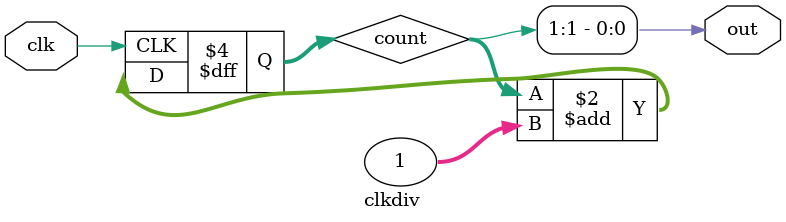
<source format=v>
module clkdiv (
    input clk,
    output out);

    parameter INDEX = 1;
    reg [32:0]count;
    assign out = count[INDEX];
    
    initial begin
        count = 0;
    end
    
    always @(posedge clk) begin
        count <= count + 1;
    end
endmodule
</source>
